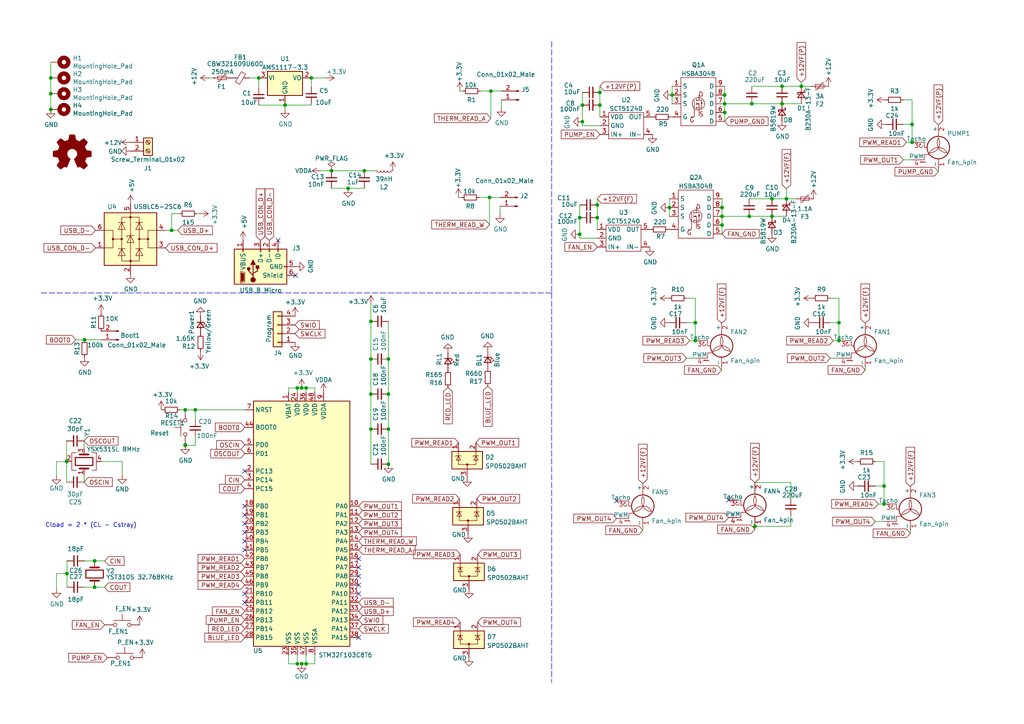
<source format=kicad_sch>
(kicad_sch (version 20211123) (generator eeschema)
  (paper "A4")
  (title_block (title "Opilio 3") (date "2022-06-18") (rev "3.0"))
  (junction (at 223.901 62.738))
  (junction (at 210.185 27.559))
  (junction (at 209.423 60.198))
  (junction (at 86.233 112.522))
  (junction (at 168.148 67.945))
  (junction (at 256.413 146.177))
  (junction (at 88.773 112.522))
  (junction (at 173.228 63.119))
  (junction (at 53.721 118.872))
  (junction (at 223.901 57.658))
  (junction (at 173.99 30.48))
  (junction (at 256.413 140.97))
  (junction (at 87.503 192.532))
  (junction (at 19.431 166.37))
  (junction (at 201.676 93.599))
  (junction (at 218.059 30.099))
  (junction (at 107.569 114.3))
  (junction (at 105.664 49.53))
  (junction (at 112.649 134.62))
  (junction (at 112.649 124.46))
  (junction (at 264.541 41.275))
  (junction (at 217.297 62.738))
  (junction (at 49.784 66.802))
  (junction (at 27.432 170.307))
  (junction (at 88.773 192.532))
  (junction (at 218.948 152.654))
  (junction (at 107.569 124.46))
  (junction (at 226.822 30.099))
  (junction (at 86.233 192.532))
  (junction (at 168.148 63.119))
  (junction (at 141.986 57.277))
  (junction (at 168.91 30.48))
  (junction (at 75.057 22.606))
  (junction (at 96.139 49.53))
  (junction (at 82.677 30.48))
  (junction (at 90.297 22.606))
  (junction (at 112.649 114.3))
  (junction (at 173.228 59.436))
  (junction (at 107.569 104.14))
  (junction (at 14.732 27.178))
  (junction (at 209.423 65.278))
  (junction (at 194.183 60.198))
  (junction (at 194.945 27.559))
  (junction (at 56.642 118.872))
  (junction (at 142.367 26.416))
  (junction (at 210.185 30.099))
  (junction (at 228.092 57.658))
  (junction (at 173.99 26.797))
  (junction (at 112.649 104.14))
  (junction (at 210.185 32.639))
  (junction (at 19.304 133.858))
  (junction (at 243.332 93.599))
  (junction (at 264.541 36.068))
  (junction (at 226.822 25.019))
  (junction (at 14.732 22.606))
  (junction (at 232.41 25.019))
  (junction (at 87.503 112.522))
  (junction (at 53.721 129.032))
  (junction (at 24.511 98.552))
  (junction (at 100.965 54.61))
  (junction (at 14.732 31.75))
  (junction (at 168.91 35.306))
  (junction (at 107.569 93.218))
  (junction (at 27.432 162.687))
  (junction (at 243.332 98.806))
  (junction (at 201.676 98.806))
  (junction (at 53.721 129.159))
  (junction (at 209.423 62.738))
  (no_connect (at 70.993 136.652))
  (no_connect (at 80.645 69.723))
  (no_connect (at 211.328 145.034))
  (no_connect (at 70.993 156.972))
  (no_connect (at 85.725 79.883))
  (no_connect (at 104.013 162.052))
  (no_connect (at 70.993 149.352))
  (no_connect (at 104.013 167.132))
  (no_connect (at 70.993 159.512))
  (no_connect (at 104.013 172.212))
  (no_connect (at 70.993 172.212))
  (no_connect (at 104.013 169.672))
  (no_connect (at 70.993 151.892))
  (no_connect (at 178.816 145.288))
  (no_connect (at 104.013 184.912))
  (no_connect (at 70.993 146.812))
  (no_connect (at 104.013 164.592))
  (no_connect (at 70.993 174.752))
  (no_connect (at 70.993 154.432))
  (wire (pts (xy 93.091 49.53) (xy 96.139 49.53)))
  (wire (pts (xy 56.642 126.746) (xy 56.642 129.159)))
  (wire (pts (xy 88.773 192.532) (xy 91.313 192.532)))
  (wire (pts (xy 96.139 49.53) (xy 105.664 49.53)))
  (wire (pts (xy 186.436 152.908) (xy 186.436 153.797)))
  (wire (pts (xy 173.99 26.797) (xy 173.99 30.48)))
  (wire (pts (xy 141.986 57.277) (xy 145.034 57.277)))
  (wire (pts (xy 168.91 36.449) (xy 168.91 35.306)))
  (wire (pts (xy 142.367 34.29) (xy 142.367 26.416)))
  (wire (pts (xy 217.297 62.738) (xy 223.901 62.738)))
  (wire (pts (xy 210.185 27.559) (xy 210.185 30.099)))
  (wire (pts (xy 57.15 61.976) (xy 57.912 61.976)))
  (wire (pts (xy 264.541 28.956) (xy 262.001 28.956)))
  (wire (pts (xy 223.901 57.658) (xy 228.092 57.658)))
  (wire (pts (xy 82.677 30.48) (xy 82.677 30.226)))
  (wire (pts (xy 209.296 106.426) (xy 209.296 107.315)))
  (wire (pts (xy 173.228 59.436) (xy 173.228 63.119)))
  (wire (pts (xy 29.464 133.858) (xy 35.433 133.858)))
  (wire (pts (xy 201.676 103.886) (xy 199.136 103.886)))
  (wire (pts (xy 210.185 30.099) (xy 210.185 32.639)))
  (wire (pts (xy 91.313 192.532) (xy 91.313 189.992)))
  (wire (pts (xy 145.034 59.817) (xy 145.034 62.103)))
  (wire (pts (xy 199.136 93.599) (xy 201.676 93.599)))
  (wire (pts (xy 138.938 57.277) (xy 141.986 57.277)))
  (wire (pts (xy 194.945 27.559) (xy 194.945 30.099)))
  (wire (pts (xy 27.432 170.307) (xy 30.353 170.307)))
  (wire (pts (xy 100.965 54.61) (xy 105.664 54.61)))
  (wire (pts (xy 82.677 31.623) (xy 82.677 30.48)))
  (wire (pts (xy 168.148 59.436) (xy 168.148 63.119)))
  (wire (pts (xy 173.228 63.119) (xy 173.228 66.548)))
  (wire (pts (xy 256.413 140.97) (xy 256.413 133.858)))
  (wire (pts (xy 168.148 69.088) (xy 168.148 67.945)))
  (wire (pts (xy 132.969 57.277) (xy 133.858 57.277)))
  (wire (pts (xy 253.873 140.97) (xy 256.413 140.97)))
  (wire (pts (xy 86.233 112.522) (xy 87.503 112.522)))
  (wire (pts (xy 83.693 112.522) (xy 83.693 113.792)))
  (wire (pts (xy 201.676 98.806) (xy 200.025 98.806)))
  (wire (pts (xy 87.503 112.522) (xy 88.773 112.522)))
  (wire (pts (xy 256.413 146.177) (xy 256.413 140.97)))
  (wire (pts (xy 223.901 62.738) (xy 228.092 62.738)))
  (wire (pts (xy 264.541 41.275) (xy 262.89 41.275)))
  (wire (pts (xy 56.642 129.159) (xy 53.721 129.159)))
  (wire (pts (xy 87.503 192.532) (xy 88.773 192.532)))
  (wire (pts (xy 173.99 25.019) (xy 173.99 26.797)))
  (wire (pts (xy 217.297 57.658) (xy 223.901 57.658)))
  (wire (pts (xy 19.304 133.858) (xy 19.304 127.889)))
  (wire (pts (xy 189.484 33.909) (xy 189.23 33.909)))
  (wire (pts (xy 53.721 129.159) (xy 53.721 129.032)))
  (wire (pts (xy 209.423 60.198) (xy 209.423 62.738)))
  (wire (pts (xy 209.423 62.738) (xy 217.297 62.738)))
  (wire (pts (xy 86.233 192.532) (xy 87.503 192.532)))
  (wire (pts (xy 24.384 139.827) (xy 24.384 137.668)))
  (wire (pts (xy 250.952 106.426) (xy 250.952 107.315)))
  (wire (pts (xy 49.784 61.976) (xy 49.784 66.802)))
  (wire (pts (xy 173.99 30.48) (xy 173.99 33.909)))
  (wire (pts (xy 83.693 192.532) (xy 86.233 192.532)))
  (wire (pts (xy 49.784 66.802) (xy 51.562 66.802)))
  (wire (pts (xy 16.383 133.858) (xy 16.383 137.922)))
  (wire (pts (xy 94.361 22.606) (xy 90.297 22.606)))
  (wire (pts (xy 88.773 112.522) (xy 88.773 113.792)))
  (wire (pts (xy 86.233 112.522) (xy 86.233 113.792)))
  (wire (pts (xy 188.722 66.548) (xy 188.468 66.548)))
  (wire (pts (xy 201.676 98.806) (xy 201.676 93.599)))
  (wire (pts (xy 56.642 118.872) (xy 56.642 121.666)))
  (wire (pts (xy 105.664 49.53) (xy 108.839 49.53)))
  (wire (pts (xy 210.185 32.639) (xy 210.185 35.179)))
  (wire (pts (xy 218.059 30.099) (xy 226.822 30.099)))
  (wire (pts (xy 243.332 98.806) (xy 243.332 93.599)))
  (wire (pts (xy 91.313 112.522) (xy 91.313 113.792)))
  (wire (pts (xy 264.541 41.275) (xy 264.541 36.068)))
  (wire (pts (xy 133.35 26.416) (xy 134.239 26.416)))
  (wire (pts (xy 83.693 189.992) (xy 83.693 192.532)))
  (wire (pts (xy 112.649 93.218) (xy 112.649 104.14)))
  (wire (pts (xy 232.41 25.019) (xy 232.41 23.876)))
  (wire (pts (xy 21.971 98.552) (xy 24.511 98.552)))
  (wire (pts (xy 173.228 57.658) (xy 173.228 59.436)))
  (wire (pts (xy 19.304 139.827) (xy 19.304 133.858)))
  (wire (pts (xy 107.569 134.62) (xy 107.569 124.46)))
  (wire (pts (xy 56.642 118.872) (xy 70.993 118.872)))
  (wire (pts (xy 24.384 130.048) (xy 24.384 127.889)))
  (wire (pts (xy 264.541 36.068) (xy 264.541 28.956)))
  (wire (pts (xy 19.431 166.37) (xy 19.431 170.307)))
  (wire (pts (xy 96.139 54.61) (xy 100.965 54.61)))
  (wire (pts (xy 52.07 61.976) (xy 49.784 61.976)))
  (wire (pts (xy 82.677 30.48) (xy 90.297 30.48)))
  (wire (pts (xy 226.822 25.019) (xy 232.41 25.019)))
  (wire (pts (xy 107.569 114.3) (xy 107.569 104.14)))
  (wire (pts (xy 232.41 25.019) (xy 235.204 25.019)))
  (wire (pts (xy 193.802 66.548) (xy 194.183 66.548)))
  (wire (pts (xy 112.649 134.62) (xy 112.649 124.46)))
  (wire (pts (xy 52.197 118.872) (xy 53.721 118.872)))
  (wire (pts (xy 228.092 57.658) (xy 228.092 54.737)))
  (wire (pts (xy 194.945 25.019) (xy 194.945 27.559)))
  (wire (pts (xy 226.822 30.099) (xy 232.41 30.099)))
  (wire (pts (xy 194.564 33.909) (xy 194.945 33.909)))
  (wire (pts (xy 14.732 27.178) (xy 14.732 31.75)))
  (wire (pts (xy 142.367 26.416) (xy 145.415 26.416)))
  (wire (pts (xy 264.033 153.797) (xy 264.033 154.686)))
  (wire (pts (xy 107.569 88.265) (xy 107.569 93.218)))
  (wire (pts (xy 209.423 57.658) (xy 209.423 60.198)))
  (wire (pts (xy 264.541 46.355) (xy 262.001 46.355)))
  (wire (pts (xy 209.423 65.278) (xy 209.423 67.818)))
  (wire (pts (xy 16.383 133.858) (xy 19.304 133.858)))
  (wire (pts (xy 72.263 22.606) (xy 75.057 22.606)))
  (wire (pts (xy 107.569 124.46) (xy 107.569 114.3)))
  (polyline (pts (xy 160.02 84.963) (xy 160.02 197.993)))
  (wire (pts (xy 24.511 170.307) (xy 27.432 170.307)))
  (wire (pts (xy 272.161 48.895) (xy 272.161 49.784)))
  (wire (pts (xy 16.383 166.37) (xy 19.431 166.37)))
  (wire (pts (xy 90.297 25.146) (xy 90.297 22.606)))
  (wire (pts (xy 210.185 30.099) (xy 218.059 30.099)))
  (wire (pts (xy 86.233 189.992) (xy 86.233 192.532)))
  (wire (pts (xy 139.319 26.416) (xy 142.367 26.416)))
  (wire (pts (xy 229.362 144.526) (xy 229.362 139.954)))
  (wire (pts (xy 46.736 118.872) (xy 47.117 118.872)))
  (wire (pts (xy 243.332 86.487) (xy 240.792 86.487)))
  (wire (pts (xy 24.511 98.552) (xy 29.337 98.552)))
  (wire (pts (xy 88.773 112.522) (xy 91.313 112.522)))
  (polyline (pts (xy 160.02 12.065) (xy 160.02 84.963)))
  (wire (pts (xy 107.569 93.218) (xy 107.569 104.14)))
  (wire (pts (xy 201.676 93.599) (xy 201.676 86.487)))
  (wire (pts (xy 262.001 36.068) (xy 264.541 36.068)))
  (wire (pts (xy 218.059 25.019) (xy 226.822 25.019)))
  (wire (pts (xy 14.732 18.034) (xy 14.732 22.606)))
  (wire (pts (xy 48.006 66.802) (xy 49.784 66.802)))
  (wire (pts (xy 218.948 152.654) (xy 218.948 153.543)))
  (wire (pts (xy 228.092 57.658) (xy 230.886 57.658)))
  (wire (pts (xy 209.423 62.738) (xy 209.423 65.278)))
  (wire (pts (xy 210.185 25.019) (xy 210.185 27.559)))
  (wire (pts (xy 19.431 162.687) (xy 19.431 166.37)))
  (wire (pts (xy 83.693 112.522) (xy 86.233 112.522)))
  (wire (pts (xy 16.383 170.815) (xy 16.383 166.37)))
  (wire (pts (xy 24.511 162.687) (xy 27.432 162.687)))
  (wire (pts (xy 53.721 118.872) (xy 56.642 118.872)))
  (wire (pts (xy 173.228 69.088) (xy 168.148 69.088)))
  (wire (pts (xy 243.332 93.599) (xy 243.332 86.487)))
  (wire (pts (xy 194.183 57.658) (xy 194.183 60.198)))
  (wire (pts (xy 60.706 22.606) (xy 61.849 22.606)))
  (wire (pts (xy 173.99 36.449) (xy 168.91 36.449)))
  (wire (pts (xy 243.332 98.806) (xy 241.681 98.806)))
  (wire (pts (xy 168.91 35.306) (xy 168.91 30.48)))
  (wire (pts (xy 229.362 149.606) (xy 229.362 152.654)))
  (wire (pts (xy 201.676 86.487) (xy 199.136 86.487)))
  (wire (pts (xy 14.732 22.606) (xy 14.732 27.178)))
  (wire (pts (xy 243.332 103.886) (xy 240.792 103.886)))
  (wire (pts (xy 27.432 162.687) (xy 30.353 162.687)))
  (wire (pts (xy 90.297 30.226) (xy 90.297 30.48)))
  (wire (pts (xy 75.057 30.48) (xy 82.677 30.48)))
  (wire (pts (xy 240.792 93.599) (xy 243.332 93.599)))
  (wire (pts (xy 168.148 67.945) (xy 168.148 63.119)))
  (wire (pts (xy 194.183 60.198) (xy 194.183 62.738)))
  (wire (pts (xy 75.057 22.606) (xy 75.057 25.4)))
  (wire (pts (xy 229.362 152.654) (xy 218.948 152.654)))
  (wire (pts (xy 145.415 28.956) (xy 145.415 31.242)))
  (wire (pts (xy 168.91 26.797) (xy 168.91 30.48)))
  (wire (pts (xy 112.649 124.46) (xy 112.649 114.3)))
  (wire (pts (xy 256.413 133.858) (xy 253.873 133.858)))
  (wire (pts (xy 35.433 137.795) (xy 35.433 133.858)))
  (polyline (pts (xy 11.938 84.963) (xy 160.02 84.963)))
  (wire (pts (xy 66.929 22.606) (xy 67.183 22.606)))
  (wire (pts (xy 88.773 189.992) (xy 88.773 192.532)))
  (wire (pts (xy 229.362 139.954) (xy 218.948 139.954)))
  (wire (pts (xy 256.413 146.177) (xy 254.762 146.177)))
  (wire (pts (xy 256.413 151.257) (xy 253.873 151.257)))
  (wire (pts (xy 141.986 65.151) (xy 141.986 57.277)))
  (wire (pts (xy 112.649 114.3) (xy 112.649 104.14)))
  (text "Cload = 2 * (CL - Cstray)" (at 13.081 153.162 0) (effects (font (size 1.27 1.27)) (justify left bottom)))
  (global_label "PWM_OUT3" (shape input) (at 199.136 103.886 180) (property "Intersheet References" "${INTERSHEET_REFS}" (effects hide)))
  (global_label "PWM_OUT1" (shape input) (at 138.049 128.397 0) (property "Intersheet References" "${INTERSHEET_REFS}" (effects hide)))
  (global_label "+12VF(F)" (shape input) (at 228.092 54.737 90) (property "Intersheet References" "${INTERSHEET_REFS}" (effects hide)))
  (global_label "PWM_READ2" (shape input) (at 133.223 144.653 180) (property "Intersheet References" "${INTERSHEET_REFS}" (effects hide)))
  (global_label "OSCOUT" (shape input) (at 24.384 127.889 0) (property "Intersheet References" "${INTERSHEET_REFS}" (effects hide)))
  (global_label "OSCOUT" (shape input) (at 70.993 131.572 180) (property "Intersheet References" "${INTERSHEET_REFS}" (effects hide)))
  (global_label "USB_CON_D-" (shape input) (at 27.686 71.882 180) (property "Intersheet References" "${INTERSHEET_REFS}" (effects hide)))
  (global_label "RED_LED" (shape input) (at 70.993 182.372 180) (property "Intersheet References" "${INTERSHEET_REFS}" (effects hide)))
  (global_label "PWM_OUT4" (shape input) (at 253.873 151.257 180) (property "Intersheet References" "${INTERSHEET_REFS}" (effects hide)))
  (global_label "PWM_READ3" (shape input) (at 133.477 160.782 180) (property "Intersheet References" "${INTERSHEET_REFS}" (effects hide)))
  (global_label "PWM_OUT3" (shape input) (at 138.557 160.782 0) (property "Intersheet References" "${INTERSHEET_REFS}" (effects hide)))
  (global_label "COUT" (shape input) (at 70.993 141.732 180) (property "Intersheet References" "${INTERSHEET_REFS}" (effects hide)))
  (global_label "USB_CON_D+" (shape input) (at 48.006 71.882 0) (property "Intersheet References" "${INTERSHEET_REFS}" (effects hide)))
  (global_label "SWIO" (shape input) (at 85.598 94.234 0) (property "Intersheet References" "${INTERSHEET_REFS}" (effects hide)))
  (global_label "FAN_GND" (shape input) (at 186.436 153.797 180) (property "Intersheet References" "${INTERSHEET_REFS}" (effects hide)))
  (global_label "PUMP_EN" (shape input) (at 31.115 190.754 180) (property "Intersheet References" "${INTERSHEET_REFS}" (effects hide)))
  (global_label "PWM_READ2" (shape input) (at 70.993 164.592 180) (property "Intersheet References" "${INTERSHEET_REFS}" (effects hide)))
  (global_label "+12VF(P)" (shape input) (at 272.161 36.195 90) (property "Intersheet References" "${INTERSHEET_REFS}" (effects hide)))
  (global_label "PWM_OUT4" (shape input) (at 211.328 150.114 180) (property "Intersheet References" "${INTERSHEET_REFS}" (effects hide)))
  (global_label "THERM_READ_W" (shape input) (at 141.986 65.151 180) (property "Intersheet References" "${INTERSHEET_REFS}" (effects hide)))
  (global_label "+12VF(F)" (shape input) (at 209.296 93.726 90) (property "Intersheet References" "${INTERSHEET_REFS}" (effects hide)))
  (global_label "FAN_GND" (shape input) (at 264.033 154.686 180) (property "Intersheet References" "${INTERSHEET_REFS}" (effects hide)))
  (global_label "PWM_READ1" (shape input) (at 132.969 128.397 180) (property "Intersheet References" "${INTERSHEET_REFS}" (effects hide)))
  (global_label "PWM_READ3" (shape input) (at 200.025 98.806 180) (property "Intersheet References" "${INTERSHEET_REFS}" (effects hide)))
  (global_label "PWM_OUT1" (shape input) (at 104.013 146.812 0) (property "Intersheet References" "${INTERSHEET_REFS}" (effects hide)))
  (global_label "USB_D+" (shape input) (at 104.013 177.292 0) (property "Intersheet References" "${INTERSHEET_REFS}" (effects hide)))
  (global_label "PUMP_GND" (shape input) (at 210.185 35.179 0) (property "Intersheet References" "${INTERSHEET_REFS}" (effects hide)))
  (global_label "BLUE_LED" (shape input) (at 70.993 184.912 180) (property "Intersheet References" "${INTERSHEET_REFS}" (effects hide)))
  (global_label "+12VF(F)" (shape input) (at 218.948 139.954 90) (property "Intersheet References" "${INTERSHEET_REFS}" (effects hide)))
  (global_label "PWM_OUT4" (shape input) (at 178.816 150.368 180) (property "Intersheet References" "${INTERSHEET_REFS}" (effects hide)))
  (global_label "+12VF(F)" (shape input) (at 264.033 141.097 90) (property "Intersheet References" "${INTERSHEET_REFS}" (effects hide)))
  (global_label "RED_LED" (shape input) (at 129.921 112.395 270) (property "Intersheet References" "${INTERSHEET_REFS}" (effects hide)))
  (global_label "THERM_READ_A" (shape input) (at 104.013 159.512 0) (property "Intersheet References" "${INTERSHEET_REFS}" (effects hide)))
  (global_label "SWIO" (shape input) (at 104.013 179.832 0) (property "Intersheet References" "${INTERSHEET_REFS}" (effects hide)))
  (global_label "BOOT0" (shape input) (at 70.993 123.952 180) (property "Intersheet References" "${INTERSHEET_REFS}" (effects hide)))
  (global_label "SWCLK" (shape input) (at 85.598 96.774 0) (property "Intersheet References" "${INTERSHEET_REFS}" (effects hide)))
  (global_label "PWM_READ1" (shape input) (at 262.89 41.275 180) (property "Intersheet References" "${INTERSHEET_REFS}" (effects hide)))
  (global_label "PWM_READ4" (shape input) (at 133.477 180.467 180) (property "Intersheet References" "${INTERSHEET_REFS}" (effects hide)))
  (global_label "PWM_OUT4" (shape input) (at 138.557 180.467 0) (property "Intersheet References" "${INTERSHEET_REFS}" (effects hide)))
  (global_label "+12VF(P)" (shape input) (at 173.99 25.019 0) (property "Intersheet References" "${INTERSHEET_REFS}" (effects hide)))
  (global_label "FAN_GND" (shape input) (at 209.296 107.315 180) (property "Intersheet References" "${INTERSHEET_REFS}" (effects hide)))
  (global_label "BOOT0" (shape input) (at 21.971 98.552 180) (property "Intersheet References" "${INTERSHEET_REFS}" (effects hide)))
  (global_label "OSCIN" (shape input) (at 70.993 129.032 180) (property "Intersheet References" "${INTERSHEET_REFS}" (effects hide)))
  (global_label "OSCIN" (shape input) (at 24.384 139.827 0) (property "Intersheet References" "${INTERSHEET_REFS}" (effects hide)))
  (global_label "FAN_GND" (shape input) (at 218.948 153.543 180) (property "Intersheet References" "${INTERSHEET_REFS}" (effects hide)))
  (global_label "FAN_EN" (shape input) (at 30.353 181.229 180) (property "Intersheet References" "${INTERSHEET_REFS}" (effects hide)))
  (global_label "PWM_OUT1" (shape input) (at 262.001 46.355 180) (property "Intersheet References" "${INTERSHEET_REFS}" (effects hide)))
  (global_label "USB_D-" (shape input) (at 104.013 174.752 0) (property "Intersheet References" "${INTERSHEET_REFS}" (effects hide)))
  (global_label "CIN" (shape input) (at 30.353 162.687 0) (property "Intersheet References" "${INTERSHEET_REFS}" (effects hide)))
  (global_label "USB_CON_D+" (shape input) (at 75.565 69.723 90) (property "Intersheet References" "${INTERSHEET_REFS}" (effects hide)))
  (global_label "PWM_READ2" (shape input) (at 241.681 98.806 180) (property "Intersheet References" "${INTERSHEET_REFS}" (effects hide)))
  (global_label "USB_D-" (shape input) (at 27.686 66.802 180) (property "Intersheet References" "${INTERSHEET_REFS}" (effects hide)))
  (global_label "PWM_READ4" (shape input) (at 254.762 146.177 180) (property "Intersheet References" "${INTERSHEET_REFS}" (effects hide)))
  (global_label "BLUE_LED" (shape input) (at 141.478 112.014 270) (property "Intersheet References" "${INTERSHEET_REFS}" (effects hide)))
  (global_label "FAN_EN" (shape input) (at 70.993 177.292 180) (property "Intersheet References" "${INTERSHEET_REFS}" (effects hide)))
  (global_label "PWM_OUT2" (shape input) (at 240.792 103.886 180) (property "Intersheet References" "${INTERSHEET_REFS}" (effects hide)))
  (global_label "USB_CON_D-" (shape input) (at 78.105 69.723 90) (property "Intersheet References" "${INTERSHEET_REFS}" (effects hide)))
  (global_label "PWM_READ4" (shape input) (at 70.993 169.672 180) (property "Intersheet References" "${INTERSHEET_REFS}" (effects hide)))
  (global_label "PWM_OUT3" (shape input) (at 104.013 151.892 0) (property "Intersheet References" "${INTERSHEET_REFS}" (effects hide)))
  (global_label "PWM_READ1" (shape input) (at 70.993 162.052 180) (property "Intersheet References" "${INTERSHEET_REFS}" (effects hide)))
  (global_label "PWM_OUT2" (shape input) (at 104.013 149.352 0) (property "Intersheet References" "${INTERSHEET_REFS}" (effects hide)))
  (global_label "PUMP_EN" (shape input) (at 173.99 38.989 180) (property "Intersheet References" "${INTERSHEET_REFS}" (effects hide)))
  (global_label "CIN" (shape input) (at 70.993 139.192 180) (property "Intersheet References" "${INTERSHEET_REFS}" (effects hide)))
  (global_label "PWM_READ3" (shape input) (at 70.993 167.132 180) (property "Intersheet References" "${INTERSHEET_REFS}" (effects hide)))
  (global_label "+12VF(P)" (shape input) (at 232.41 23.876 90) (property "Intersheet References" "${INTERSHEET_REFS}" (effects hide)))
  (global_label "PUMP_GND" (shape input) (at 272.161 49.784 180) (property "Intersheet References" "${INTERSHEET_REFS}" (effects hide)))
  (global_label "FAN_EN" (shape input) (at 173.228 71.628 180) (property "Intersheet References" "${INTERSHEET_REFS}" (effects hide)))
  (global_label "PWM_OUT2" (shape input) (at 138.303 144.653 0) (property "Intersheet References" "${INTERSHEET_REFS}" (effects hide)))
  (global_label "THERM_READ_W" (shape input) (at 104.013 156.972 0) (property "Intersheet References" "${INTERSHEET_REFS}" (effects hide)))
  (global_label "+12VF(F)" (shape input) (at 173.228 57.658 0) (property "Intersheet References" "${INTERSHEET_REFS}" (effects hide)))
  (global_label "COUT" (shape input) (at 30.353 170.307 0) (property "Intersheet References" "${INTERSHEET_REFS}" (effects hide)))
  (global_label "PUMP_EN" (shape input) (at 70.993 179.832 180) (property "Intersheet References" "${INTERSHEET_REFS}" (effects hide)))
  (global_label "FAN_GND" (shape input) (at 209.423 67.818 0) (property "Intersheet References" "${INTERSHEET_REFS}" (effects hide)))
  (global_label "USB_D+" (shape input) (at 51.562 66.802 0) (property "Intersheet References" "${INTERSHEET_REFS}" (effects hide)))
  (global_label "PWM_OUT4" (shape input) (at 104.013 154.432 0) (property "Intersheet References" "${INTERSHEET_REFS}" (effects hide)))
  (global_label "+12VF(F)" (shape input) (at 250.952 93.726 90) (property "Intersheet References" "${INTERSHEET_REFS}" (effects hide)))
  (global_label "SWCLK" (shape input) (at 104.013 182.372 0) (property "Intersheet References" "${INTERSHEET_REFS}" (effects hide)))
  (global_label "+12VF(F)" (shape input) (at 186.436 140.208 90) (property "Intersheet References" "${INTERSHEET_REFS}" (effects hide)))
  (global_label "FAN_GND" (shape input) (at 250.952 107.315 180) (property "Intersheet References" "${INTERSHEET_REFS}" (effects hide)))
  (global_label "THERM_READ_A" (shape input) (at 142.367 34.29 180) (property "Intersheet References" "${INTERSHEET_REFS}" (effects hide)))
  (symbol (lib_id "Device:R_Small") (at 49.657 118.872 90) (unit 1)
    (property "Reference" "R14" (at 49.784 120.65 90))
    (property "Value" "10k" (at 49.657 116.332 90))
    (property "Footprint" "Resistor_SMD:R_0603_1608Metric_Pad0.98x0.95mm_HandSolder" (effects hide))
  )
  (symbol (lib_id "Device:R_Small") (at 191.262 66.548 270) (unit 1)
    (property "Reference" "R7" (at 190.246 68.58 90) (effects (justify left)))
    (property "Value" "220" (at 189.484 64.389 90) (effects (justify left)))
    (property "Footprint" "Resistor_SMD:R_0603_1608Metric_Pad0.98x0.95mm_HandSolder" (effects hide))
  )
  (symbol (lib_id "Mechanical:MountingHole_Pad") (at 17.272 27.178 270) (unit 1)
    (property "Reference" "H3" (at 21.082 26.0096 90) (effects (justify left)))
    (property "Value" "MountingHole_Pad" (at 21.082 28.321 90) (effects (justify left)))
    (property "Footprint" "MountingHole:MountingHole_3mm_Pad_Via" (effects hide))
  )
  (symbol (lib_id "power:VDDA") (at 93.091 49.53 90) (unit 1)
    (property "Reference" "#PWR027" (effects hide))
    (property "Value" "VDDA" (at 88.011 49.53 90))
  )
  (symbol (lib_id "power:+3.3V") (at 133.35 26.416 0) (unit 1)
    (property "Reference" "#PWR01" (effects hide))
    (property "Value" "+3.3V" (at 133.223 20.828 90))
  )
  (symbol (lib_id "Connector:Conn_01x02_Male") (at 150.495 28.956 180) (unit 1)
    (property "Reference" "J5" (at 151.2062 25.9588 0) (effects (justify right)))
    (property "Value" "Conn_01x02_Male" (at 138.176 21.59 0) (effects (justify right)))
    (property "Footprint" "Connector_PinHeader_2.54mm:PinHeader_1x02_P2.54mm_Vertical" (effects hide))
  )
  (symbol (lib_id "Power_Protection:SP0502BAHT") (at 135.763 149.733 0) (unit 1)
    (property "Reference" "D5" (at 140.97 148.8983 0) (effects (justify left)))
    (property "Value" "SP0502BAHT" (at 140.97 151.4352 0) (effects (justify left)))
    (property "Footprint" "Package_TO_SOT_SMD:SOT-23" (effects hide))
    (property "Datasheet" "http://www.littelfuse.com/~/media/files/littelfuse/technical%20resources/documents/data%20sheets/sp05xxba.pdf" (effects hide))
  )
  (symbol (lib_id "Device:R_Small") (at 129.921 109.855 180) (unit 1)
    (property "Reference" "R16" (at 128.4224 111.0234 0) (effects (justify left)))
    (property "Value" "R165" (at 128.4224 108.712 0) (effects (justify left)))
    (property "Footprint" "Resistor_SMD:R_0603_1608Metric_Pad0.98x0.95mm_HandSolder" (effects hide))
  )
  (symbol (lib_id "power:GND") (at 24.511 103.632 0) (unit 1)
    (property "Reference" "#PWR046" (effects hide))
    (property "Value" "GND" (at 24.638 108.0262 0))
  )
  (symbol (lib_id "Motor:Fan_4pin") (at 218.948 147.574 0) (unit 1)
    (property "Reference" "FAN4" (at 221.488 142.494 0) (effects (justify left)))
    (property "Value" "Fan_4pin" (at 221.488 150.114 0) (effects (justify left top)))
    (property "Footprint" "Custom:FanPinHeader_1x04_P2.54mm_Vertical_no_hole" (effects hide))
    (property "Datasheet" "http://www.formfactors.org/developer%5Cspecs%5Crev1_2_public.pdf" (effects hide))
  )
  (symbol (lib_id "Device:C_Small") (at 170.688 59.436 90) (unit 1)
    (property "Reference" "C11" (at 165.481 57.404 90) (effects (justify left)))
    (property "Value" "10uF" (at 167.64 59.309 90) (effects (justify left)))
    (property "Footprint" "Capacitor_SMD:C_0603_1608Metric_Pad1.08x0.95mm_HandSolder" (effects hide))
  )
  (symbol (lib_id "power:GND") (at 145.034 62.103 0) (unit 1)
    (property "Reference" "#PWR033" (effects hide))
    (property "Value" "GND" (at 145.161 66.4972 0))
  )
  (symbol (lib_id "Device:C_Small") (at 75.057 27.94 0) (unit 1)
    (property "Reference" "C1" (at 70.231 27.051 0) (effects (justify left)))
    (property "Value" "10uF" (at 69.85 29.718 0) (effects (justify left)))
    (property "Footprint" "Capacitor_SMD:C_0603_1608Metric_Pad1.08x0.95mm_HandSolder" (effects hide))
  )
  (symbol (lib_id "Power_Protection:SP0502BAHT") (at 136.017 185.547 0) (unit 1)
    (property "Reference" "D7" (at 141.224 184.7123 0) (effects (justify left)))
    (property "Value" "SP0502BAHT" (at 141.224 187.2492 0) (effects (justify left)))
    (property "Footprint" "Package_TO_SOT_SMD:SOT-23" (effects hide))
    (property "Datasheet" "http://www.littelfuse.com/~/media/files/littelfuse/technical%20resources/documents/data%20sheets/sp05xxba.pdf" (effects hide))
  )
  (symbol (lib_id "power:GND") (at 58.166 91.694 180) (unit 1)
    (property "Reference" "#PWR039" (effects hide))
    (property "Value" "GND" (at 58.039 87.2998 0))
  )
  (symbol (lib_id "power:GND") (at 141.478 101.854 180) (unit 1)
    (property "Reference" "#PWR0102" (effects hide))
    (property "Value" "GND" (at 141.351 97.4598 0))
  )
  (symbol (lib_id "Device:C_Small") (at 238.252 93.599 90) (unit 1)
    (property "Reference" "C16" (at 239.522 91.059 90) (effects (justify left)))
    (property "Value" "10nF" (at 241.3 96.266 90) (effects (justify left)))
    (property "Footprint" "Capacitor_SMD:C_0603_1608Metric_Pad1.08x0.95mm_HandSolder" (effects hide))
  )
  (symbol (lib_id "MCU_ST_STM32F1:STM32F103C8Tx") (at 88.773 151.892 0) (unit 1)
    (property "Reference" "U5" (at 74.803 188.722 0))
    (property "Value" "STM32F103C8T6" (at 100.203 189.992 0))
    (property "Footprint" "Package_QFP:LQFP-48_7x7mm_P0.5mm" (effects hide))
    (property "Datasheet" "http://www.st.com/st-web-ui/static/active/en/resource/technical/document/datasheet/CD00161566.pdf" (effects hide))
  )
  (symbol (lib_id "power:+12V") (at 240.284 25.019 0) (unit 1)
    (property "Reference" "#PWR07" (effects hide))
    (property "Value" "+12V" (at 240.284 19.431 90))
  )
  (symbol (lib_id "Switch:SW_Push") (at 35.433 181.229 0) (unit 1)
    (property "Reference" "F_EN1" (at 37.338 183.134 0) (effects (justify right)))
    (property "Value" "F_EN" (at 38.1 176.53 0) (effects (justify right)))
    (property "Footprint" "Custom:SW_Push_7x4.5" (effects hide))
  )
  (symbol (lib_id "Power_Protection:USBLC6-2SC6") (at 37.846 69.342 0) (unit 1)
    (property "Reference" "U4" (at 32.512 59.944 0))
    (property "Value" "USBLC6-2SC6" (at 45.72 59.944 0))
    (property "Footprint" "Package_TO_SOT_SMD:SOT-23-6" (effects hide))
    (property "Datasheet" "https://www.st.com/resource/en/datasheet/usblc6-2.pdf" (effects hide))
  )
  (symbol (lib_id "power:+3.3V") (at 113.919 49.53 0) (unit 1)
    (property "Reference" "#PWR028" (effects hide))
    (property "Value" "+3.3V" (at 114.3 45.1358 0))
  )
  (symbol (lib_id "power:GND") (at 189.23 38.989 0) (unit 1)
    (property "Reference" "#PWR017" (effects hide))
    (property "Value" "GND" (at 189.357 43.3832 0))
  )
  (symbol (lib_id "power:GND") (at 85.598 99.314 0) (unit 1)
    (property "Reference" "#PWR044" (effects hide))
    (property "Value" "GND" (at 85.725 103.124 0))
  )
  (symbol (lib_id "Device:C_Small") (at 110.109 134.62 90) (unit 1)
    (property "Reference" "C21" (at 108.9406 132.2832 0) (effects (justify left)))
    (property "Value" "100nF" (at 111.252 132.2832 0) (effects (justify left)))
    (property "Footprint" "Capacitor_SMD:C_0603_1608Metric_Pad1.08x0.95mm_HandSolder" (effects hide))
  )
  (symbol (lib_id "Device:FerriteBead_Small") (at 69.723 22.606 270) (unit 1)
    (property "Reference" "FB1" (at 69.723 16.5862 90))
    (property "Value" "CBW321609U600" (at 68.199 18.542 90))
    (property "Footprint" "Capacitor_SMD:C_1206_3216Metric_Pad1.33x1.80mm_HandSolder" (effects hide))
  )
  (symbol (lib_id "Device:D_Schottky_Small") (at 232.41 27.559 270) (unit 1)
    (property "Reference" "D1" (at 231.14 31.369 90) (effects (justify left)))
    (property "Value" "B230A-13-F" (at 234.442 25.146 0) (effects (justify left)))
    (property "Footprint" "Diode_SMD:D_SMA" (effects hide))
  )
  (symbol (lib_id "power:+3.3V") (at 248.793 133.858 90) (unit 1)
    (property "Reference" "#PWR052" (effects hide))
    (property "Value" "+3.3V" (at 244.3988 133.477 0))
  )
  (symbol (lib_id "power:+3.3V") (at 29.337 90.932 0) (unit 1)
    (property "Reference" "#PWR038" (effects hide))
    (property "Value" "+3.3V" (at 29.718 86.5378 0))
  )
  (symbol (lib_id "power:+3.3V") (at 194.056 86.487 90) (unit 1)
    (property "Reference" "#PWR037" (effects hide))
    (property "Value" "+3.3V" (at 189.6618 86.106 0))
  )
  (symbol (lib_id "power:+5V") (at 37.846 59.182 0) (unit 1)
    (property "Reference" "#PWR023" (effects hide))
    (property "Value" "+5V" (at 38.227 55.9308 90) (effects (justify left)))
  )
  (symbol (lib_id "Custom:HSBA3048") (at 202.565 30.099 0) (unit 1)
    (property "Reference" "Q1" (at 202.565 18.83 0))
    (property "Value" "HSBA3048" (at 202.565 21.3669 0))
    (property "Footprint" "Custom:PDFN-8_L5.6-W5.2-P1.27-LS6.1-BL" (effects hide))
  )
  (symbol (lib_id "power:GND") (at 248.793 140.97 270) (unit 1)
    (property "Reference" "#PWR054" (effects hide))
    (property "Value" "GND" (at 244.3988 141.097 0))
  )
  (symbol (lib_id "Device:C_Small") (at 110.109 114.3 90) (unit 1)
    (property "Reference" "C18" (at 108.9406 111.9632 0) (effects (justify left)))
    (property "Value" "100nF" (at 111.252 111.9632 0) (effects (justify left)))
    (property "Footprint" "Capacitor_SMD:C_0603_1608Metric_Pad1.08x0.95mm_HandSolder" (effects hide))
  )
  (symbol (lib_id "Device:R_Small") (at 238.252 86.487 90) (unit 1)
    (property "Reference" "R9" (at 238.252 83.947 90))
    (property "Value" "1k" (at 238.252 89.027 90))
    (property "Footprint" "Resistor_SMD:R_0603_1608Metric_Pad0.98x0.95mm_HandSolder" (effects hide))
  )
  (symbol (lib_id "Device:Polyfuse_Small") (at 233.426 57.658 90) (unit 1)
    (property "Reference" "F3" (at 233.426 62.865 90))
    (property "Value" "1.1A" (at 233.426 60.5536 90))
    (property "Footprint" "Fuse:Fuse_1206_3216Metric_Pad1.42x1.75mm_HandSolder" (effects hide))
  )
  (symbol (lib_id "Device:C_Small") (at 21.971 162.687 270) (unit 1)
    (property "Reference" "C26" (at 21.971 165.481 90))
    (property "Value" "18pF" (at 21.971 159.1818 90))
    (property "Footprint" "Capacitor_SMD:C_0603_1608Metric_Pad1.08x0.95mm_HandSolder" (effects hide))
  )
  (symbol (lib_id "power:+3.3V") (at 235.712 86.487 90) (unit 1)
    (property "Reference" "#PWR036" (effects hide))
    (property "Value" "+3.3V" (at 231.3178 86.106 0))
  )
  (symbol (lib_id "power:GND") (at 129.921 102.235 180) (unit 1)
    (property "Reference" "#PWR0101" (effects hide))
    (property "Value" "GND" (at 129.794 97.8408 0))
  )
  (symbol (lib_id "Motor:Fan_4pin") (at 272.161 43.815 0) (unit 1)
    (property "Reference" "PUMP1" (at 274.701 38.735 0) (effects (justify left)))
    (property "Value" "Fan_4pin" (at 274.701 46.355 0) (effects (justify left top)))
    (property "Footprint" "Custom:FanPinHeader_1x04_P2.54mm_Vertical_no_hole" (effects hide))
    (property "Datasheet" "http://www.formfactors.org/developer%5Cspecs%5Crev1_2_public.pdf" (effects hide))
  )
  (symbol (lib_id "Device:R_Small") (at 196.596 86.487 90) (unit 1)
    (property "Reference" "R10" (at 196.596 83.947 90))
    (property "Value" "1k" (at 196.596 89.027 90))
    (property "Footprint" "Resistor_SMD:R_0603_1608Metric_Pad0.98x0.95mm_HandSolder" (effects hide))
  )
  (symbol (lib_id "Device:R_Small") (at 259.461 28.956 90) (unit 1)
    (property "Reference" "R3" (at 259.461 26.416 90))
    (property "Value" "1k" (at 259.461 31.496 90))
    (property "Footprint" "Resistor_SMD:R_0603_1608Metric_Pad0.98x0.95mm_HandSolder" (effects hide))
  )
  (symbol (lib_id "Device:Polyfuse_Small") (at 64.389 22.606 90) (unit 1)
    (property "Reference" "F1" (at 64.262 25.146 90))
    (property "Value" "250mA" (at 64.516 20.828 90))
    (property "Footprint" "Fuse:Fuse_1206_3216Metric_Pad1.42x1.75mm_HandSolder" (effects hide))
  )
  (symbol (lib_id "Device:C_Small") (at 21.971 170.307 270) (unit 1)
    (property "Reference" "C27" (at 21.971 167.259 90))
    (property "Value" "18pF" (at 21.971 173.863 90))
    (property "Footprint" "Capacitor_SMD:C_0603_1608Metric_Pad1.08x0.95mm_HandSolder" (effects hide))
  )
  (symbol (lib_id "power:GND") (at 188.468 71.628 0) (unit 1)
    (property "Reference" "#PWR030" (effects hide))
    (property "Value" "GND" (at 188.595 76.0222 0))
  )
  (symbol (lib_id "Device:R_Small") (at 251.333 133.858 90) (unit 1)
    (property "Reference" "R15" (at 251.333 131.318 90))
    (property "Value" "1k" (at 251.333 136.398 90))
    (property "Footprint" "Resistor_SMD:R_0603_1608Metric_Pad0.98x0.95mm_HandSolder" (effects hide))
  )
  (symbol (lib_id "Device:R_Small") (at 192.024 33.909 270) (unit 1)
    (property "Reference" "R5" (at 191.008 35.941 90) (effects (justify left)))
    (property "Value" "220" (at 190.246 31.75 90) (effects (justify left)))
    (property "Footprint" "Resistor_SMD:R_0603_1608Metric_Pad0.98x0.95mm_HandSolder" (effects hide))
  )
  (symbol (lib_id "Graphic:Logo_Open_Hardware_Small") (at 20.955 44.704 0) (unit 1)
    (property "Reference" "LOGO1" (effects hide))
    (property "Value" "Logo_Open_Hardware_Small" (effects hide))
    (property "Footprint" "Symbol:OSHW-Logo2_9.8x8mm_SilkScreen" (effects hide))
  )
  (symbol (lib_id "Power_Protection:SP0502BAHT") (at 136.017 165.862 0) (unit 1)
    (property "Reference" "D6" (at 141.224 165.0273 0) (effects (justify left)))
    (property "Value" "SP0502BAHT" (at 141.224 167.5642 0) (effects (justify left)))
    (property "Footprint" "Package_TO_SOT_SMD:SOT-23" (effects hide))
    (property "Datasheet" "http://www.littelfuse.com/~/media/files/littelfuse/technical%20resources/documents/data%20sheets/sp05xxba.pdf" (effects hide))
  )
  (symbol (lib_id "power:GND") (at 16.383 170.815 0) (unit 1)
    (property "Reference" "#PWR059" (effects hide))
    (property "Value" "GND" (at 16.51 175.2092 0))
  )
  (symbol (lib_id "Switch:SW_Push") (at 53.721 123.952 90) (unit 1)
    (property "Reference" "RESET1" (at 46.482 122.682 90) (effects (justify right)))
    (property "Value" "Reset" (at 43.561 125.603 90) (effects (justify right)))
    (property "Footprint" "Custom:SW_Push_7x4.5" (effects hide))
  )
  (symbol (lib_id "power:GND") (at 194.183 60.198 270) (unit 1)
    (property "Reference" "#PWR022" (effects hide))
    (property "Value" "GND" (at 189.7888 60.325 0))
  )
  (symbol (lib_id "Connector:Screw_Terminal_01x02") (at 42.926 41.275 0) (unit 1)
    (property "Reference" "J1" (at 42.926 48.7848 0))
    (property "Value" "Screw_Terminal_01x02" (at 42.926 46.2479 0))
    (property "Footprint" "Custom:TerminalBlock_bornier-2_P5.08mm" (effects hide))
  )
  (symbol (lib_id "power:+3.3V") (at 85.598 91.694 0) (unit 1)
    (property "Reference" "#PWR040" (effects hide))
    (property "Value" "+3.3V" (at 85.598 87.63 0))
  )
  (symbol (lib_id "Device:C_Small") (at 110.109 104.14 90) (unit 1)
    (property "Reference" "C15" (at 108.9406 101.8032 0) (effects (justify left)))
    (property "Value" "100nF" (at 111.252 101.8032 0) (effects (justify left)))
    (property "Footprint" "Capacitor_SMD:C_0603_1608Metric_Pad1.08x0.95mm_HandSolder" (effects hide))
  )
  (symbol (lib_id "Device:R_Small") (at 136.398 57.277 270) (unit 1)
    (property "Reference" "R8" (at 136.398 59.817 90))
    (property "Value" "10k" (at 136.144 55.499 90))
    (property "Footprint" "Resistor_SMD:R_0603_1608Metric_Pad0.98x0.95mm_HandSolder" (effects hide))
  )
  (symbol (lib_id "Device:C_Small") (at 218.059 27.559 0) (unit 1)
    (property "Reference" "C2" (at 216.916 21.209 0) (effects (justify left)))
    (property "Value" "220uF" (at 215.9 23.114 0) (effects (justify left)))
    (property "Footprint" "Capacitor_SMD:CP_Elec_6.3x7.7" (effects hide))
  )
  (symbol (lib_id "Connector:Conn_01x02_Male") (at 150.114 59.817 180) (unit 1)
    (property "Reference" "J2" (at 150.8252 56.8198 0) (effects (justify right)))
    (property "Value" "Conn_01x02_Male" (at 137.795 52.451 0) (effects (justify right)))
    (property "Footprint" "Connector_PinHeader_2.54mm:PinHeader_1x02_P2.54mm_Vertical" (effects hide))
  )
  (symbol (lib_id "power:GND") (at 135.763 154.813 0) (unit 1)
    (property "Reference" "#PWR0103" (effects hide))
    (property "Value" "GND" (at 133.096 155.067 0))
  )
  (symbol (lib_id "Custom:SCT51240") (at 181.61 35.179 0) (unit 1)
    (property "Reference" "U2" (at 181.61 28.99 0))
    (property "Value" "SCT51240" (at 181.61 31.5269 0))
    (property "Footprint" "Package_TO_SOT_SMD:SOT-23-5_HandSoldering" (effects hide))
  )
  (symbol (lib_id "Mechanical:MountingHole_Pad") (at 17.272 31.75 270) (unit 1)
    (property "Reference" "H4" (at 21.082 30.5816 90) (effects (justify left)))
    (property "Value" "MountingHole_Pad" (at 21.082 32.893 90) (effects (justify left)))
    (property "Footprint" "MountingHole:MountingHole_3mm_Pad_Via" (effects hide))
  )
  (symbol (lib_id "Device:C_Small") (at 171.45 26.797 90) (unit 1)
    (property "Reference" "C4" (at 166.243 24.765 90) (effects (justify left)))
    (property "Value" "10uF" (at 168.402 26.67 90) (effects (justify left)))
    (property "Footprint" "Capacitor_SMD:C_0603_1608Metric_Pad1.08x0.95mm_HandSolder" (effects hide))
  )
  (symbol (lib_id "Device:C_Small") (at 56.642 124.206 0) (unit 1)
    (property "Reference" "C20" (at 57.531 122.301 0) (effects (justify left)))
    (property "Value" "100nF" (at 57.023 126.365 0) (effects (justify left)))
    (property "Footprint" "Capacitor_SMD:C_0603_1608Metric_Pad1.08x0.95mm_HandSolder" (effects hide))
  )
  (symbol (lib_id "Device:C_Small") (at 90.297 27.686 0) (unit 1)
    (property "Reference" "C5" (at 92.583 26.289 0) (effects (justify left)))
    (property "Value" "10uF" (at 91.44 29.718 0) (effects (justify left)))
    (property "Footprint" "Capacitor_SMD:C_0603_1608Metric_Pad1.08x0.95mm_HandSolder" (effects hide))
  )
  (symbol (lib_id "power:GND") (at 145.415 31.242 0) (unit 1)
    (property "Reference" "#PWR02" (effects hide))
    (property "Value" "GND" (at 145.542 35.6362 0))
  )
  (symbol (lib_id "Device:D_Schottky_Small") (at 228.092 60.198 270) (unit 1)
    (property "Reference" "D4" (at 226.822 63.881 90) (effects (justify left)))
    (property "Value" "B230A-13-F" (at 230.251 57.912 0) (effects (justify left)))
    (property "Footprint" "Diode_SMD:D_SMA" (effects hide))
  )
  (symbol (lib_id "Mechanical:MountingHole_Pad") (at 17.272 18.034 270) (unit 1)
    (property "Reference" "H1" (at 21.082 16.8656 90) (effects (justify left)))
    (property "Value" "MountingHole_Pad" (at 21.082 19.177 90) (effects (justify left)))
    (property "Footprint" "MountingHole:MountingHole_3mm_Pad_Via" (effects hide))
  )
  (symbol (lib_id "power:+3.3V") (at 58.166 101.854 180) (unit 1)
    (property "Reference" "#PWR045" (effects hide))
    (property "Value" "+3.3V" (at 57.785 106.2482 0))
  )
  (symbol (lib_id "power:GND") (at 194.056 93.599 270) (unit 1)
    (property "Reference" "#PWR043" (effects hide))
    (property "Value" "GND" (at 189.6618 93.726 0))
  )
  (symbol (lib_id "power:+3.3V") (at 87.503 112.522 0) (unit 1)
    (property "Reference" "#PWR047" (effects hide))
    (property "Value" "+3.3V" (at 87.884 108.1278 0))
  )
  (symbol (lib_id "Device:C_Small") (at 217.297 60.198 0) (unit 1)
    (property "Reference" "C9" (at 216.027 54.483 0) (effects (justify left)))
    (property "Value" "220uF" (at 214.503 56.388 0) (effects (justify left)))
    (property "Footprint" "Capacitor_SMD:CP_Elec_6.3x7.7" (effects hide))
  )
  (symbol (lib_id "Device:D_Schottky_Small") (at 226.822 32.639 270) (unit 1)
    (property "Reference" "D8" (at 227.203 34.798 90) (effects (justify left)))
    (property "Value" "B5819W" (at 224.282 30.48 0) (effects (justify left)))
    (property "Footprint" "Diode_SMD:D_SOD-123" (effects hide))
  )
  (symbol (lib_id "Device:C_Small") (at 251.333 140.97 90) (unit 1)
    (property "Reference" "C23" (at 252.603 138.43 90) (effects (justify left)))
    (property "Value" "10nF" (at 254.381 143.637 90) (effects (justify left)))
    (property "Footprint" "Capacitor_SMD:C_0603_1608Metric_Pad1.08x0.95mm_HandSolder" (effects hide))
  )
  (symbol (lib_id "power:+3.3V") (at 132.969 57.277 0) (unit 1)
    (property "Reference" "#PWR031" (effects hide))
    (property "Value" "+3.3V" (at 132.842 51.689 90))
  )
  (symbol (lib_id "power:+3.3V") (at 57.912 61.976 270) (unit 1)
    (property "Reference" "#PWR024" (effects hide))
    (property "Value" "+3.3V" (at 62.3062 62.357 0))
  )
  (symbol (lib_id "Device:C_Small") (at 21.844 127.889 270) (unit 1)
    (property "Reference" "C22" (at 21.844 122.0724 90))
    (property "Value" "30pF" (at 21.844 124.3838 90))
    (property "Footprint" "Capacitor_SMD:C_0603_1608Metric_Pad1.08x0.95mm_HandSolder" (effects hide))
  )
  (symbol (lib_id "Connector:Conn_01x02_Male") (at 34.417 98.552 180) (unit 1)
    (property "Reference" "Boot1" (at 34.925 97.282 0) (effects (justify right)))
    (property "Value" "Conn_01x02_Male" (at 31.115 100.076 0) (effects (justify right)))
    (property "Footprint" "Connector_PinHeader_2.54mm:PinHeader_1x02_P2.54mm_Vertical" (effects hide))
  )
  (symbol (lib_id "Device:C_Small") (at 229.362 147.066 0) (unit 1)
    (property "Reference" "C28" (at 227.457 141.859 0) (effects (justify left)))
    (property "Value" "220uF" (at 226.822 143.637 0) (effects (justify left)))
    (property "Footprint" "Capacitor_SMD:CP_Elec_6.3x7.7" (effects hide))
  )
  (symbol (lib_id "Device:C_Small") (at 110.109 93.218 90) (unit 1)
    (property "Reference" "C6" (at 108.9406 90.8812 0) (effects (justify left)))
    (property "Value" "10uF" (at 111.252 90.8812 0) (effects (justify left)))
    (property "Footprint" "Capacitor_SMD:C_0603_1608Metric_Pad1.08x0.95mm_HandSolder" (effects hide))
  )
  (symbol (lib_id "power:+12V") (at 60.706 22.606 90) (unit 1)
    (property "Reference" "#PWR05" (effects hide))
    (property "Value" "+12V" (at 56.3118 22.225 0))
  )
  (symbol (lib_id "power:GND") (at 112.649 134.62 0) (unit 1)
    (property "Reference" "#PWR050" (effects hide))
    (property "Value" "GND" (at 112.776 139.0142 0))
  )
  (symbol (lib_id "Device:LED_Small") (at 129.921 104.775 270) (unit 1)
    (property "Reference" "RL1" (at 127.381 106.045 0) (effects (justify right)))
    (property "Value" "Red" (at 132.461 106.299 0) (effects (justify right)))
    (property "Footprint" "LED_SMD:LED_0603_1608Metric_Pad1.05x0.95mm_HandSolder" (effects hide))
  )
  (symbol (lib_id "power:+5V") (at 70.485 69.723 0) (unit 1)
    (property "Reference" "#PWR029" (effects hide))
    (property "Value" "+5V" (at 70.866 66.4718 90) (effects (justify left)))
  )
  (symbol (lib_id "power:+12V") (at 235.966 57.658 0) (unit 1)
    (property "Reference" "#PWR021" (effects hide))
    (property "Value" "+12V" (at 235.966 52.07 90))
  )
  (symbol (lib_id "Mechanical:MountingHole_Pad") (at 17.272 22.606 270) (unit 1)
    (property "Reference" "H2" (at 21.082 21.4376 90) (effects (justify left)))
    (property "Value" "MountingHole_Pad" (at 21.082 23.749 90) (effects (justify left)))
    (property "Footprint" "MountingHole:MountingHole_3mm_Pad_Via" (effects hide))
  )
  (symbol (lib_id "power:GND") (at 136.017 190.627 0) (unit 1)
    (property "Reference" "#PWR0106" (effects hide))
    (property "Value" "GND" (at 133.35 190.881 0))
  )
  (symbol (lib_id "Device:LED_Small") (at 58.166 94.234 270) (unit 1)
    (property "Reference" "Power1" (at 55.5625 96.9645 0) (effects (justify right)))
    (property "Value" "Yellow/Green" (at 60.3885 102.5525 0) (effects (justify right)))
    (property "Footprint" "LED_SMD:LED_0603_1608Metric_Pad1.05x0.95mm_HandSolder" (effects hide))
  )
  (symbol (lib_id "Device:C_Small") (at 196.596 93.599 90) (unit 1)
    (property "Reference" "C17" (at 197.866 91.059 90) (effects (justify left)))
    (property "Value" "10nF" (at 199.644 96.266 90) (effects (justify left)))
    (property "Footprint" "Capacitor_SMD:C_0603_1608Metric_Pad1.08x0.95mm_HandSolder" (effects hide))
  )
  (symbol (lib_id "Device:C_Small") (at 171.45 30.48 90) (unit 1)
    (property "Reference" "C8" (at 166.751 29.972 90) (effects (justify left)))
    (property "Value" "100nF" (at 168.402 31.623 90) (effects (justify left)))
    (property "Footprint" "Capacitor_SMD:C_0603_1608Metric_Pad1.08x0.95mm_HandSolder" (effects hide))
  )
  (symbol (lib_id "power:GND") (at 16.383 137.922 0) (unit 1)
    (property "Reference" "#PWR056" (effects hide))
    (property "Value" "GND" (at 16.383 141.605 0))
  )
  (symbol (lib_id "power:GND") (at 194.945 27.559 270) (unit 1)
    (property "Reference" "#PWR08" (effects hide))
    (property "Value" "GND" (at 190.5508 27.686 0))
  )
  (symbol (lib_id "power:GND") (at 223.901 67.818 0) (unit 1)
    (property "Reference" "#PWR0109" (effects hide))
    (property "Value" "GND" (at 224.028 72.2122 0))
  )
  (symbol (lib_id "power:+3.3V") (at 41.275 190.754 0) (unit 1)
    (property "Reference" "#PWR060" (effects hide))
    (property "Value" "+3.3V" (at 41.656 186.3598 0))
  )
  (symbol (lib_id "Device:C_Small") (at 21.844 139.827 90) (unit 1)
    (property "Reference" "C25" (at 21.844 145.6436 90))
    (property "Value" "30pF" (at 21.844 143.3322 90))
    (property "Footprint" "Capacitor_SMD:C_0603_1608Metric_Pad1.08x0.95mm_HandSolder" (effects hide))
  )
  (symbol (lib_id "Motor:Fan_4pin") (at 209.296 101.346 0) (unit 1)
    (property "Reference" "FAN2" (at 211.836 96.266 0) (effects (justify left)))
    (property "Value" "Fan_4pin" (at 211.836 103.886 0) (effects (justify left top)))
    (property "Footprint" "Custom:FanPinHeader_1x04_P2.54mm_Vertical_no_hole" (effects hide))
    (property "Datasheet" "http://www.formfactors.org/developer%5Cspecs%5Crev1_2_public.pdf" (effects hide))
  )
  (symbol (lib_id "power:PWR_FLAG") (at 96.139 49.53 0) (unit 1)
    (property "Reference" "#FLG0101" (effects hide))
    (property "Value" "PWR_FLAG" (at 96.139 45.9542 0))
  )
  (symbol (lib_id "power:GND") (at 168.91 35.306 270) (unit 1)
    (property "Reference" "#PWR015" (effects hide))
    (property "Value" "GND" (at 164.5158 35.433 0))
  )
  (symbol (lib_id "power:GND") (at 85.725 77.343 90) (unit 1)
    (property "Reference" "#PWR034" (effects hide))
    (property "Value" "GND" (at 90.1192 77.216 0))
  )
  (symbol (lib_id "Device:C_Small") (at 105.664 52.07 0) (unit 1)
    (property "Reference" "C14" (at 100.965 50.8 0) (effects (justify left)))
    (property "Value" "1uF" (at 100.584 52.832 0) (effects (justify left)))
    (property "Footprint" "Capacitor_SMD:C_0603_1608Metric_Pad1.08x0.95mm_HandSolder" (effects hide))
  )
  (symbol (lib_id "power:GND") (at 135.509 138.557 0) (unit 1)
    (property "Reference" "#PWR0105" (effects hide))
    (property "Value" "GND" (at 132.842 138.811 0))
  )
  (symbol (lib_id "power:GND") (at 53.721 129.159 0) (unit 1)
    (property "Reference" "#PWR051" (effects hide))
    (property "Value" "GND" (at 53.848 133.5532 0))
  )
  (symbol (lib_id "Custom:SCT51240") (at 180.848 67.818 0) (unit 1)
    (property "Reference" "U3" (at 180.848 61.629 0))
    (property "Value" "SCT51240" (at 180.848 64.1659 0))
    (property "Footprint" "Package_TO_SOT_SMD:SOT-23-5_HandSoldering" (effects hide))
  )
  (symbol (lib_id "Device:Polyfuse_Small") (at 237.744 25.019 90) (unit 1)
    (property "Reference" "F2" (at 237.744 30.226 90))
    (property "Value" "3A" (at 237.744 27.9146 90))
    (property "Footprint" "Fuse:Fuse_1812_4532Metric_Pad1.30x3.40mm_HandSolder" (effects hide))
  )
  (symbol (lib_id "Device:L_Small") (at 111.379 49.53 270) (unit 1)
    (property "Reference" "L2" (at 111.379 54.229 90))
    (property "Value" "39nH" (at 111.379 51.9176 90))
    (property "Footprint" "Inductor_SMD:L_0805_2012Metric_Pad1.05x1.20mm_HandSolder" (effects hide))
  )
  (symbol (lib_id "Motor:Fan_4pin") (at 264.033 148.717 0) (unit 1)
    (property "Reference" "FAN3" (at 266.573 143.637 0) (effects (justify left)))
    (property "Value" "Fan_4pin" (at 266.573 151.257 0) (effects (justify left top)))
    (property "Footprint" "Custom:FanPinHeader_1x04_P2.54mm_Vertical_no_hole" (effects hide))
    (property "Datasheet" "http://www.formfactors.org/developer%5Cspecs%5Crev1_2_public.pdf" (effects hide))
  )
  (symbol (lib_id "power:GND") (at 37.846 43.815 270) (unit 1)
    (property "Reference" "#PWR019" (effects hide))
    (property "Value" "GND" (at 33.4518 43.942 90))
  )
  (symbol (lib_id "power:GND") (at 14.732 31.75 0) (unit 1)
    (property "Reference" "#PWR013" (effects hide))
    (property "Value" "GND" (at 14.859 36.1442 0))
  )
  (symbol (lib_id "Device:C_Small") (at 226.822 27.559 180) (unit 1)
    (property "Reference" "C3" (at 228.092 21.209 0) (effects (justify left)))
    (property "Value" "10uF" (at 229.362 23.114 0) (effects (justify left)))
    (property "Footprint" "Capacitor_SMD:C_0603_1608Metric_Pad1.08x0.95mm_HandSolder" (effects hide))
  )
  (symbol (lib_id "power:+3.3V") (at 40.513 181.229 0) (unit 1)
    (property "Reference" "#PWR058" (effects hide))
    (property "Value" "+3.3V" (at 40.894 176.8348 0))
  )
  (symbol (lib_id "Device:C_Small") (at 223.901 60.198 180) (unit 1)
    (property "Reference" "C10" (at 225.806 54.356 0) (effects (justify left)))
    (property "Value" "10uF" (at 226.441 56.388 0) (effects (justify left)))
    (property "Footprint" "Capacitor_SMD:C_0603_1608Metric_Pad1.08x0.95mm_HandSolder" (effects hide))
  )
  (symbol (lib_id "power:VDDA") (at 93.853 113.792 0) (unit 1)
    (property "Reference" "#PWR048" (effects hide))
    (property "Value" "VDDA" (at 93.853 110.1875 0))
  )
  (symbol (lib_id "power:GND") (at 226.822 35.179 0) (unit 1)
    (property "Reference" "#PWR0110" (effects hide))
    (property "Value" "GND" (at 226.949 39.5732 0))
  )
  (symbol (lib_id "Device:R_Small") (at 24.511 101.092 0) (unit 1)
    (property "Reference" "R13" (at 22.352 101.092 90))
    (property "Value" "100k" (at 27.686 100.076 0))
    (property "Footprint" "Resistor_SMD:R_0603_1608Metric_Pad0.98x0.95mm_HandSolder" (effects hide))
  )
  (symbol (lib_id "Device:R_Small") (at 54.61 61.976 270) (unit 1)
    (property "Reference" "R6" (at 54.61 59.436 90))
    (property "Value" "1k5" (at 54.61 64.516 90))
    (property "Footprint" "Resistor_SMD:R_0603_1608Metric_Pad0.98x0.95mm_HandSolder" (effects hide))
  )
  (symbol (lib_id "power:GND") (at 235.712 93.599 270) (unit 1)
    (property "Reference" "#PWR042" (effects hide))
    (property "Value" "GND" (at 231.3178 93.726 0))
  )
  (symbol (lib_id "power:+12V") (at 37.846 41.275 90) (unit 1)
    (property "Reference" "#PWR018" (effects hide))
    (property "Value" "+12V" (at 32.766 41.402 90))
  )
  (symbol (lib_id "Device:C_Small") (at 96.139 52.07 0) (unit 1)
    (property "Reference" "C13" (at 90.17 51.308 0) (effects (justify left)))
    (property "Value" "10nF" (at 89.281 53.467 0) (effects (justify left)))
    (property "Footprint" "Capacitor_SMD:C_0603_1608Metric_Pad1.08x0.95mm_HandSolder" (effects hide))
  )
  (symbol (lib_id "Motor:Fan_4pin") (at 186.436 147.828 0) (unit 1)
    (property "Reference" "FAN5" (at 188.976 142.748 0) (effects (justify left)))
    (property "Value" "Fan_4pin" (at 188.976 150.368 0) (effects (justify left top)))
    (property "Footprint" "Custom:FanPinHeader_1x04_P2.54mm_Vertical_no_hole" (effects hide))
    (property "Datasheet" "http://www.formfactors.org/developer%5Cspecs%5Crev1_2_public.pdf" (effects hide))
  )
  (symbol (lib_id "Device:R_Small") (at 136.779 26.416 270) (unit 1)
    (property "Reference" "R1" (at 136.779 28.956 90))
    (property "Value" "10k" (at 136.525 24.638 90))
    (property "Footprint" "Resistor_SMD:R_0603_1608Metric_Pad0.98x0.95mm_HandSolder" (effects hide))
  )
  (symbol (lib_id "Regulator_Linear:AMS1117-3.3") (at 82.677 22.606 0) (unit 1)
    (property "Reference" "U1" (at 82.677 17.0012 0))
    (property "Value" "AMS1117-3.3" (at 82.677 19.5381 0))
    (property "Footprint" "Package_TO_SOT_SMD:SOT-223-3_TabPin2" (effects hide))
    (property "Datasheet" "http://www.advanced-monolithic.com/pdf/ds1117.pdf" (effects hide))
  )
  (symbol (lib_id "Device:R_Small") (at 141.478 109.474 180) (unit 1)
    (property "Reference" "R17" (at 139.9794 110.6424 0) (effects (justify left)))
    (property "Value" "R660" (at 139.9794 108.331 0) (effects (justify left)))
    (property "Footprint" "Resistor_SMD:R_0603_1608Metric_Pad0.98x0.95mm_HandSolder" (effects hide))
  )
  (symbol (lib_id "Device:R_Small") (at 29.337 93.472 0) (unit 1)
    (property "Reference" "R11" (at 27.178 93.472 90))
    (property "Value" "10K" (at 32.512 92.456 0))
    (property "Footprint" "Resistor_SMD:R_0603_1608Metric_Pad0.98x0.95mm_HandSolder" (effects hide))
  )
  (symbol (lib_id "Device:D_Schottky_Small") (at 223.901 65.278 270) (unit 1)
    (property "Reference" "D3" (at 224.282 67.437 90) (effects (justify left)))
    (property "Value" "B5819W" (at 221.361 63.119 0) (effects (justify left)))
    (property "Footprint" "Diode_SMD:D_SOD-123" (effects hide))
  )
  (symbol (lib_id "power:GND") (at 256.921 36.068 270) (unit 1)
    (property "Reference" "#PWR053" (effects hide))
    (property "Value" "GND" (at 252.5268 36.195 0))
  )
  (symbol (lib_id "power:GND") (at 100.965 54.61 0) (unit 1)
    (property "Reference" "#PWR032" (effects hide))
    (property "Value" "GND" (at 101.092 59.0042 0))
  )
  (symbol (lib_id "power:+3.3V") (at 256.921 28.956 90) (unit 1)
    (property "Reference" "#PWR06" (effects hide))
    (property "Value" "+3.3V" (at 252.5268 28.575 0))
  )
  (symbol (lib_id "Connector_Generic:Conn_01x04") (at 80.518 96.774 180) (unit 1)
    (property "Reference" "J4" (at 81.788 102.362 0) (effects (justify left)))
    (property "Value" "Program" (at 77.978 91.186 90) (effects (justify left)))
    (property "Footprint" "Connector_PinHeader_2.54mm:PinHeader_1x04_P2.54mm_Vertical" (effects hide))
  )
  (symbol (lib_id "power:GND") (at 136.017 170.942 0) (unit 1)
    (property "Reference" "#PWR0104" (effects hide))
    (property "Value" "GND" (at 133.35 171.196 0))
  )
  (symbol (lib_id "Motor:Fan_4pin") (at 250.952 101.346 0) (unit 1)
    (property "Reference" "FAN1" (at 253.492 96.266 0) (effects (justify left)))
    (property "Value" "Fan_4pin" (at 253.492 103.886 0) (effects (justify left top)))
    (property "Footprint" "Custom:FanPinHeader_1x04_P2.54mm_Vertical_no_hole" (effects hide))
    (property "Datasheet" "http://www.formfactors.org/developer%5Cspecs%5Crev1_2_public.pdf" (effects hide))
  )
  (symbol (lib_id "power:+3.3V") (at 107.569 88.265 0) (unit 1)
    (property "Reference" "#PWR041" (effects hide))
    (property "Value" "+3.3V" (at 103.886 87.503 0))
  )
  (symbol (lib_id "Power_Protection:SP0502BAHT") (at 135.509 133.477 0) (unit 1)
    (property "Reference" "D2" (at 140.716 132.6423 0) (effects (justify left)))
    (property "Value" "SP0502BAHT" (at 140.716 135.1792 0) (effects (justify left)))
    (property "Footprint" "Package_TO_SOT_SMD:SOT-23" (effects hide))
    (property "Datasheet" "http://www.littelfuse.com/~/media/files/littelfuse/technical%20resources/documents/data%20sheets/sp05xxba.pdf" (effects hide))
  )
  (symbol (lib_id "Device:Crystal_GND24") (at 24.384 133.858 90) (unit 1)
    (property "Reference" "Y1" (at 25.273 125.349 0))
    (property "Value" "YSX531SL 8MHz" (at 32.893 130.302 90))
    (property "Footprint" "Crystal:Crystal_SMD_3225-4Pin_3.2x2.5mm" (effects hide))
  )
  (symbol (lib_id "Device:C_Small") (at 110.109 124.46 90) (unit 1)
    (property "Reference" "C19" (at 108.9406 122.1232 0) (effects (justify left)))
    (property "Value" "100nF" (at 111.252 122.1232 0) (effects (justify left)))
    (property "Footprint" "Capacitor_SMD:C_0603_1608Metric_Pad1.08x0.95mm_HandSolder" (effects hide))
  )
  (symbol (lib_id "power:GND") (at 37.846 79.502 0) (unit 1)
    (property "Reference" "#PWR035" (effects hide))
    (property "Value" "GND" (at 37.973 83.8962 0))
  )
  (symbol (lib_id "Switch:SW_Push") (at 36.195 190.754 0) (unit 1)
    (property "Reference" "P_EN1" (at 38.1 192.405 0) (effects (justify right)))
    (property "Value" "P_EN" (at 38.862 186.309 0) (effects (justify right)))
    (property "Footprint" "Custom:SW_Push_7x4.5" (effects hide))
  )
  (symbol (lib_id "Device:Crystal") (at 27.432 166.497 270) (unit 1)
    (property "Reference" "Y2" (at 30.7594 165.5885 90) (effects (justify left)))
    (property "Value" "YST310S 32.768KHz" (at 30.734 167.386 90) (effects (justify left)))
    (property "Footprint" "Crystal:Crystal_SMD_3215-2Pin_3.2x1.5mm" (effects hide))
  )
  (symbol (lib_id "Device:C_Small") (at 170.688 63.119 90) (unit 1)
    (property "Reference" "C12" (at 165.989 62.611 90) (effects (justify left)))
    (property "Value" "100nF" (at 167.64 64.262 90) (effects (justify left)))
    (property "Footprint" "Capacitor_SMD:C_0603_1608Metric_Pad1.08x0.95mm_HandSolder" (effects hide))
  )
  (symbol (lib_id "power:GND") (at 168.148 67.945 270) (unit 1)
    (property "Reference" "#PWR026" (effects hide))
    (property "Value" "GND" (at 163.7538 68.072 0))
  )
  (symbol (lib_id "Custom:HSBA3048") (at 201.803 62.738 0) (unit 1)
    (property "Reference" "Q2" (at 201.803 51.469 0))
    (property "Value" "HSBA3048" (at 201.803 54.0059 0))
    (property "Footprint" "Custom:PDFN-8_L5.6-W5.2-P1.27-LS6.1-BL" (effects hide))
  )
  (symbol (lib_id "power:GND") (at 82.677 31.623 0) (unit 1)
    (property "Reference" "#PWR0108" (effects hide))
    (property "Value" "GND" (at 82.804 36.0172 0))
  )
  (symbol (lib_id "power:+3.3V") (at 94.361 22.606 270) (unit 1)
    (property "Reference" "#PWR0107" (effects hide))
    (property "Value" "+3.3V" (at 97.536 20.828 90))
  )
  (symbol (lib_id "Connector:USB_B_Micro") (at 75.565 77.343 90) (unit 1)
    (property "Reference" "J3" (at 84.709 72.009 90) (effects (justify right)))
    (property "Value" "USB_B_Micro" (at 69.469 84.201 90) (effects (justify right)))
    (property "Footprint" "Custom:USB_Micro-B_Wuerth_629105150521_narrow_holes" (effects hide))
  )
  (symbol (lib_id "power:GND") (at 35.433 137.795 0) (unit 1)
    (property "Reference" "#PWR055" (effects hide))
    (property "Value" "GND" (at 35.433 141.859 0))
  )
  (symbol (lib_id "Device:C_Small") (at 259.461 36.068 90) (unit 1)
    (property "Reference" "C24" (at 260.731 33.528 90) (effects (justify left)))
    (property "Value" "10nF" (at 262.509 38.735 90) (effects (justify left)))
    (property "Footprint" "Capacitor_SMD:C_0603_1608Metric_Pad1.08x0.95mm_HandSolder" (effects hide))
  )
  (symbol (lib_id "power:+3.3V") (at 46.736 118.872 0) (unit 1)
    (property "Reference" "#PWR049" (effects hide))
    (property "Value" "+3.3V" (at 47.117 114.4778 0))
  )
  (symbol (lib_id "power:GND") (at 87.503 192.532 0) (unit 1)
    (property "Reference" "#PWR062" (effects hide))
    (property "Value" "GND" (at 87.503 196.215 0))
  )
  (symbol (lib_id "Device:LED_Small") (at 141.478 104.394 270) (unit 1)
    (property "Reference" "BL1" (at 138.938 106.299 0) (effects (justify right)))
    (property "Value" "Blue" (at 144.145 106.553 0) (effects (justify right)))
    (property "Footprint" "LED_SMD:LED_0603_1608Metric_Pad1.05x0.95mm_HandSolder" (effects hide))
  )
  (symbol (lib_id "Device:R_Small") (at 58.166 99.314 180) (unit 1)
    (property "Reference" "R12" (at 56.6674 100.4824 0) (effects (justify left)))
    (property "Value" "1.65K" (at 56.6674 98.171 0) (effects (justify left)))
    (property "Footprint" "Resistor_SMD:R_0603_1608Metric_Pad0.98x0.95mm_HandSolder" (effects hide))
  )
)
</source>
